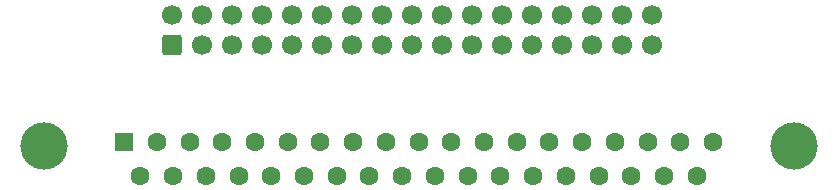
<source format=gbr>
%TF.GenerationSoftware,KiCad,Pcbnew,(6.0.6)*%
%TF.CreationDate,2023-06-09T12:55:26+02:00*%
%TF.ProjectId,FDAdapter,46444164-6170-4746-9572-2e6b69636164,rev?*%
%TF.SameCoordinates,Original*%
%TF.FileFunction,Soldermask,Top*%
%TF.FilePolarity,Negative*%
%FSLAX46Y46*%
G04 Gerber Fmt 4.6, Leading zero omitted, Abs format (unit mm)*
G04 Created by KiCad (PCBNEW (6.0.6)) date 2023-06-09 12:55:26*
%MOMM*%
%LPD*%
G01*
G04 APERTURE LIST*
G04 Aperture macros list*
%AMRoundRect*
0 Rectangle with rounded corners*
0 $1 Rounding radius*
0 $2 $3 $4 $5 $6 $7 $8 $9 X,Y pos of 4 corners*
0 Add a 4 corners polygon primitive as box body*
4,1,4,$2,$3,$4,$5,$6,$7,$8,$9,$2,$3,0*
0 Add four circle primitives for the rounded corners*
1,1,$1+$1,$2,$3*
1,1,$1+$1,$4,$5*
1,1,$1+$1,$6,$7*
1,1,$1+$1,$8,$9*
0 Add four rect primitives between the rounded corners*
20,1,$1+$1,$2,$3,$4,$5,0*
20,1,$1+$1,$4,$5,$6,$7,0*
20,1,$1+$1,$6,$7,$8,$9,0*
20,1,$1+$1,$8,$9,$2,$3,0*%
G04 Aperture macros list end*
%ADD10C,4.000000*%
%ADD11R,1.600000X1.600000*%
%ADD12C,1.600000*%
%ADD13RoundRect,0.250000X0.600000X-0.600000X0.600000X0.600000X-0.600000X0.600000X-0.600000X-0.600000X0*%
%ADD14C,1.700000*%
G04 APERTURE END LIST*
D10*
%TO.C,J1*%
X189316000Y-70404000D03*
X125816000Y-70404000D03*
D11*
X132636000Y-70104000D03*
D12*
X135406000Y-70104000D03*
X138176000Y-70104000D03*
X140946000Y-70104000D03*
X143716000Y-70104000D03*
X146486000Y-70104000D03*
X149256000Y-70104000D03*
X152026000Y-70104000D03*
X154796000Y-70104000D03*
X157566000Y-70104000D03*
X160336000Y-70104000D03*
X163106000Y-70104000D03*
X165876000Y-70104000D03*
X168646000Y-70104000D03*
X171416000Y-70104000D03*
X174186000Y-70104000D03*
X176956000Y-70104000D03*
X179726000Y-70104000D03*
X182496000Y-70104000D03*
X134021000Y-72944000D03*
X136791000Y-72944000D03*
X139561000Y-72944000D03*
X142331000Y-72944000D03*
X145101000Y-72944000D03*
X147871000Y-72944000D03*
X150641000Y-72944000D03*
X153411000Y-72944000D03*
X156181000Y-72944000D03*
X158951000Y-72944000D03*
X161721000Y-72944000D03*
X164491000Y-72944000D03*
X167261000Y-72944000D03*
X170031000Y-72944000D03*
X172801000Y-72944000D03*
X175571000Y-72944000D03*
X178341000Y-72944000D03*
X181111000Y-72944000D03*
%TD*%
D13*
%TO.C,J2*%
X136652000Y-61831500D03*
D14*
X136652000Y-59291500D03*
X139192000Y-61831500D03*
X139192000Y-59291500D03*
X141732000Y-61831500D03*
X141732000Y-59291500D03*
X144272000Y-61831500D03*
X144272000Y-59291500D03*
X146812000Y-61831500D03*
X146812000Y-59291500D03*
X149352000Y-61831500D03*
X149352000Y-59291500D03*
X151892000Y-61831500D03*
X151892000Y-59291500D03*
X154432000Y-61831500D03*
X154432000Y-59291500D03*
X156972000Y-61831500D03*
X156972000Y-59291500D03*
X159512000Y-61831500D03*
X159512000Y-59291500D03*
X162052000Y-61831500D03*
X162052000Y-59291500D03*
X164592000Y-61831500D03*
X164592000Y-59291500D03*
X167132000Y-61831500D03*
X167132000Y-59291500D03*
X169672000Y-61831500D03*
X169672000Y-59291500D03*
X172212000Y-61831500D03*
X172212000Y-59291500D03*
X174752000Y-61831500D03*
X174752000Y-59291500D03*
X177292000Y-61831500D03*
X177292000Y-59291500D03*
%TD*%
M02*

</source>
